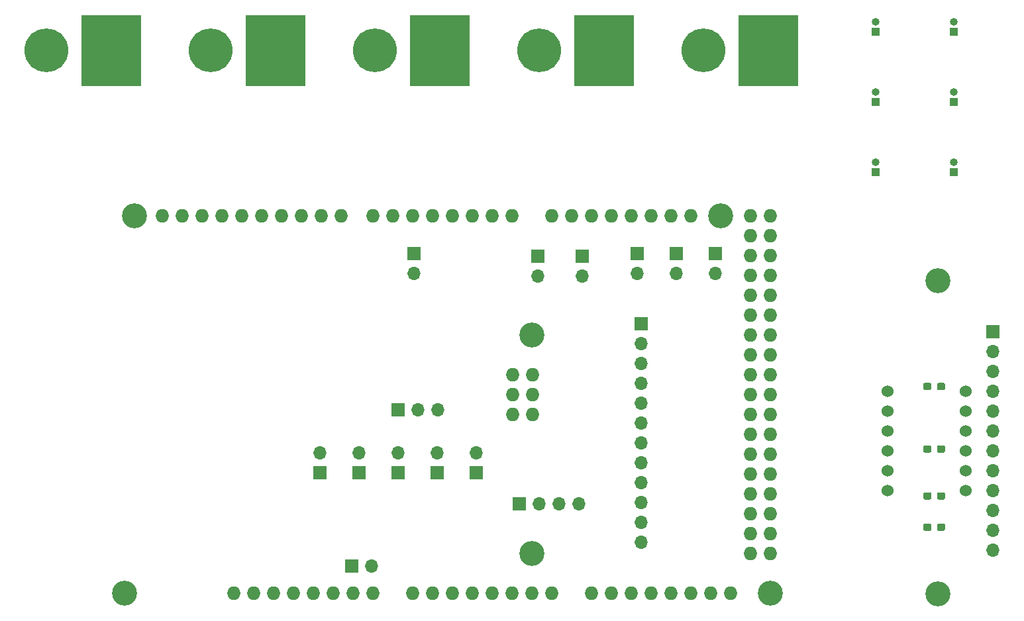
<source format=gbr>
G04 #@! TF.GenerationSoftware,KiCad,Pcbnew,5.1.9-73d0e3b20d~88~ubuntu20.04.1*
G04 #@! TF.CreationDate,2021-03-18T15:40:59+01:00*
G04 #@! TF.ProjectId,uven-mainboard,7576656e-2d6d-4616-996e-626f6172642e,rev?*
G04 #@! TF.SameCoordinates,Original*
G04 #@! TF.FileFunction,Soldermask,Bot*
G04 #@! TF.FilePolarity,Negative*
%FSLAX46Y46*%
G04 Gerber Fmt 4.6, Leading zero omitted, Abs format (unit mm)*
G04 Created by KiCad (PCBNEW 5.1.9-73d0e3b20d~88~ubuntu20.04.1) date 2021-03-18 15:40:59*
%MOMM*%
%LPD*%
G01*
G04 APERTURE LIST*
%ADD10C,0.100000*%
%ADD11O,1.727200X1.727200*%
%ADD12C,3.200000*%
%ADD13O,1.700000X1.700000*%
%ADD14R,1.700000X1.700000*%
%ADD15R,1.000000X1.000000*%
%ADD16O,1.000000X1.000000*%
%ADD17C,5.600000*%
%ADD18C,1.524000*%
G04 APERTURE END LIST*
D10*
G36*
X210000000Y-55500000D02*
G01*
X202500000Y-55500000D01*
X202500000Y-46500000D01*
X210000000Y-46500000D01*
X210000000Y-55500000D01*
G37*
X210000000Y-55500000D02*
X202500000Y-55500000D01*
X202500000Y-46500000D01*
X210000000Y-46500000D01*
X210000000Y-55500000D01*
G36*
X189000000Y-55500000D02*
G01*
X181500000Y-55500000D01*
X181500000Y-46500000D01*
X189000000Y-46500000D01*
X189000000Y-55500000D01*
G37*
X189000000Y-55500000D02*
X181500000Y-55500000D01*
X181500000Y-46500000D01*
X189000000Y-46500000D01*
X189000000Y-55500000D01*
G36*
X168000000Y-55500000D02*
G01*
X160500000Y-55500000D01*
X160500000Y-46500000D01*
X168000000Y-46500000D01*
X168000000Y-55500000D01*
G37*
X168000000Y-55500000D02*
X160500000Y-55500000D01*
X160500000Y-46500000D01*
X168000000Y-46500000D01*
X168000000Y-55500000D01*
G36*
X147000000Y-55500000D02*
G01*
X139500000Y-55500000D01*
X139500000Y-46500000D01*
X147000000Y-46500000D01*
X147000000Y-55500000D01*
G37*
X147000000Y-55500000D02*
X139500000Y-55500000D01*
X139500000Y-46500000D01*
X147000000Y-46500000D01*
X147000000Y-55500000D01*
G36*
X126000000Y-55500000D02*
G01*
X118500000Y-55500000D01*
X118500000Y-46500000D01*
X126000000Y-46500000D01*
X126000000Y-55500000D01*
G37*
X126000000Y-55500000D02*
X118500000Y-55500000D01*
X118500000Y-46500000D01*
X126000000Y-46500000D01*
X126000000Y-55500000D01*
D11*
X173627000Y-97600000D03*
X176167000Y-97600000D03*
X176167000Y-95060000D03*
X173627000Y-95060000D03*
X176167000Y-92520000D03*
X160800000Y-120460000D03*
X155720000Y-120460000D03*
X153180000Y-120460000D03*
X150640000Y-120460000D03*
X148100000Y-120460000D03*
X145560000Y-120460000D03*
X143020000Y-120460000D03*
X140480000Y-120460000D03*
X196360000Y-72200000D03*
X193820000Y-72200000D03*
X191280000Y-72200000D03*
X188740000Y-72200000D03*
X186200000Y-72200000D03*
X183660000Y-72200000D03*
X181120000Y-72200000D03*
X178580000Y-72200000D03*
X173500000Y-72200000D03*
X170960000Y-72200000D03*
X168420000Y-72200000D03*
X165880000Y-72200000D03*
X163340000Y-72200000D03*
X160800000Y-72200000D03*
X158260000Y-72200000D03*
X155720000Y-72200000D03*
X136416000Y-72200000D03*
X151656000Y-72200000D03*
X149116000Y-72200000D03*
X146576000Y-72200000D03*
D12*
X176040000Y-115380000D03*
X176040000Y-87440000D03*
X200170000Y-72200000D03*
X125240000Y-72200000D03*
X206520000Y-120460000D03*
X123970000Y-120460000D03*
D11*
X128796000Y-72200000D03*
X131336000Y-72200000D03*
X133876000Y-72200000D03*
X138956000Y-72200000D03*
X141496000Y-72200000D03*
X144036000Y-72200000D03*
X137940000Y-120460000D03*
X163340000Y-120460000D03*
X165880000Y-120460000D03*
X168420000Y-120460000D03*
X170960000Y-120460000D03*
X173500000Y-120460000D03*
X176040000Y-120460000D03*
X178580000Y-120460000D03*
X183660000Y-120460000D03*
X186200000Y-120460000D03*
X188740000Y-120460000D03*
X191280000Y-120460000D03*
X193820000Y-120460000D03*
X196360000Y-120460000D03*
X198900000Y-120460000D03*
X201440000Y-120460000D03*
X203980000Y-72200000D03*
X206520000Y-72200000D03*
X203980000Y-74740000D03*
X206520000Y-74740000D03*
X203980000Y-77280000D03*
X206520000Y-77280000D03*
X203980000Y-79820000D03*
X206520000Y-79820000D03*
X203980000Y-82360000D03*
X206520000Y-82360000D03*
X203980000Y-84900000D03*
X206520000Y-84900000D03*
X203980000Y-87440000D03*
X206520000Y-87440000D03*
X203980000Y-89980000D03*
X206520000Y-89980000D03*
X203980000Y-92520000D03*
X206520000Y-92520000D03*
X203980000Y-95060000D03*
X206520000Y-95060000D03*
X203980000Y-97600000D03*
X206520000Y-97600000D03*
X203980000Y-100140000D03*
X206520000Y-100140000D03*
X203980000Y-102680000D03*
X206520000Y-102680000D03*
X203980000Y-105220000D03*
X206520000Y-105220000D03*
X203980000Y-107760000D03*
X206520000Y-107760000D03*
X203980000Y-110300000D03*
X206520000Y-110300000D03*
X203980000Y-112840000D03*
X206520000Y-112840000D03*
X203980000Y-115380000D03*
X206520000Y-115380000D03*
X173627000Y-92520000D03*
D13*
X149000000Y-102460000D03*
D14*
X149000000Y-105000000D03*
X154000000Y-105000000D03*
D13*
X154000000Y-102460000D03*
X159000000Y-102460000D03*
D14*
X159000000Y-105000000D03*
D13*
X164000000Y-102460000D03*
D14*
X164000000Y-105000000D03*
X169000000Y-105000000D03*
D13*
X169000000Y-102460000D03*
D14*
X161000000Y-77000000D03*
D13*
X161000000Y-79540000D03*
G36*
G01*
X226100000Y-94237500D02*
X226100000Y-93762500D01*
G75*
G02*
X226337500Y-93525000I237500J0D01*
G01*
X226912500Y-93525000D01*
G75*
G02*
X227150000Y-93762500I0J-237500D01*
G01*
X227150000Y-94237500D01*
G75*
G02*
X226912500Y-94475000I-237500J0D01*
G01*
X226337500Y-94475000D01*
G75*
G02*
X226100000Y-94237500I0J237500D01*
G01*
G37*
G36*
G01*
X227850000Y-94237500D02*
X227850000Y-93762500D01*
G75*
G02*
X228087500Y-93525000I237500J0D01*
G01*
X228662500Y-93525000D01*
G75*
G02*
X228900000Y-93762500I0J-237500D01*
G01*
X228900000Y-94237500D01*
G75*
G02*
X228662500Y-94475000I-237500J0D01*
G01*
X228087500Y-94475000D01*
G75*
G02*
X227850000Y-94237500I0J237500D01*
G01*
G37*
G36*
G01*
X227850000Y-102237500D02*
X227850000Y-101762500D01*
G75*
G02*
X228087500Y-101525000I237500J0D01*
G01*
X228662500Y-101525000D01*
G75*
G02*
X228900000Y-101762500I0J-237500D01*
G01*
X228900000Y-102237500D01*
G75*
G02*
X228662500Y-102475000I-237500J0D01*
G01*
X228087500Y-102475000D01*
G75*
G02*
X227850000Y-102237500I0J237500D01*
G01*
G37*
G36*
G01*
X226100000Y-102237500D02*
X226100000Y-101762500D01*
G75*
G02*
X226337500Y-101525000I237500J0D01*
G01*
X226912500Y-101525000D01*
G75*
G02*
X227150000Y-101762500I0J-237500D01*
G01*
X227150000Y-102237500D01*
G75*
G02*
X226912500Y-102475000I-237500J0D01*
G01*
X226337500Y-102475000D01*
G75*
G02*
X226100000Y-102237500I0J237500D01*
G01*
G37*
G36*
G01*
X228900000Y-107762500D02*
X228900000Y-108237500D01*
G75*
G02*
X228662500Y-108475000I-237500J0D01*
G01*
X228087500Y-108475000D01*
G75*
G02*
X227850000Y-108237500I0J237500D01*
G01*
X227850000Y-107762500D01*
G75*
G02*
X228087500Y-107525000I237500J0D01*
G01*
X228662500Y-107525000D01*
G75*
G02*
X228900000Y-107762500I0J-237500D01*
G01*
G37*
G36*
G01*
X227150000Y-107762500D02*
X227150000Y-108237500D01*
G75*
G02*
X226912500Y-108475000I-237500J0D01*
G01*
X226337500Y-108475000D01*
G75*
G02*
X226100000Y-108237500I0J237500D01*
G01*
X226100000Y-107762500D01*
G75*
G02*
X226337500Y-107525000I237500J0D01*
G01*
X226912500Y-107525000D01*
G75*
G02*
X227150000Y-107762500I0J-237500D01*
G01*
G37*
G36*
G01*
X227150000Y-111762500D02*
X227150000Y-112237500D01*
G75*
G02*
X226912500Y-112475000I-237500J0D01*
G01*
X226337500Y-112475000D01*
G75*
G02*
X226100000Y-112237500I0J237500D01*
G01*
X226100000Y-111762500D01*
G75*
G02*
X226337500Y-111525000I237500J0D01*
G01*
X226912500Y-111525000D01*
G75*
G02*
X227150000Y-111762500I0J-237500D01*
G01*
G37*
G36*
G01*
X228900000Y-111762500D02*
X228900000Y-112237500D01*
G75*
G02*
X228662500Y-112475000I-237500J0D01*
G01*
X228087500Y-112475000D01*
G75*
G02*
X227850000Y-112237500I0J237500D01*
G01*
X227850000Y-111762500D01*
G75*
G02*
X228087500Y-111525000I237500J0D01*
G01*
X228662500Y-111525000D01*
G75*
G02*
X228900000Y-111762500I0J-237500D01*
G01*
G37*
D14*
X153000000Y-117000000D03*
D13*
X155540000Y-117000000D03*
D15*
X230010000Y-66625000D03*
D16*
X230010000Y-65355000D03*
X230010000Y-56355000D03*
D15*
X230010000Y-57625000D03*
X230010000Y-48625000D03*
D16*
X230010000Y-47355000D03*
D15*
X220010000Y-66625000D03*
D16*
X220010000Y-65355000D03*
X220010000Y-56355000D03*
D15*
X220010000Y-57625000D03*
D17*
X198000000Y-51000000D03*
X177000000Y-51000000D03*
X156000000Y-51000000D03*
X135000000Y-51000000D03*
X206000000Y-51000000D03*
X185000000Y-51000000D03*
X164000000Y-51000000D03*
X143000000Y-51000000D03*
X122000000Y-51000000D03*
X114000000Y-51000000D03*
D18*
X221500000Y-94650000D03*
X221500000Y-97190000D03*
X221500000Y-99730000D03*
X221500000Y-102270000D03*
X221500000Y-104810000D03*
X221500000Y-107350000D03*
X231500000Y-107350000D03*
X231500000Y-104810000D03*
X231500000Y-102270000D03*
X231500000Y-99730000D03*
X231500000Y-97190000D03*
X231500000Y-94650000D03*
D12*
X228000000Y-80500000D03*
X228000000Y-120500000D03*
D15*
X220047501Y-48625000D03*
D16*
X220047501Y-47355000D03*
D13*
X235000000Y-114940000D03*
X235000000Y-112400000D03*
X235000000Y-109860000D03*
X235000000Y-107320000D03*
X235000000Y-104780000D03*
X235000000Y-102240000D03*
X235000000Y-99700000D03*
X235000000Y-97160000D03*
X235000000Y-94620000D03*
X235000000Y-92080000D03*
X235000000Y-89540000D03*
D14*
X235000000Y-87000000D03*
X190000000Y-86000000D03*
D13*
X190000000Y-88540000D03*
X190000000Y-91080000D03*
X190000000Y-93620000D03*
X190000000Y-96160000D03*
X190000000Y-98700000D03*
X190000000Y-101240000D03*
X190000000Y-103780000D03*
X190000000Y-106320000D03*
X190000000Y-108860000D03*
X190000000Y-111400000D03*
X190000000Y-113940000D03*
D14*
X174500000Y-109000000D03*
D13*
X177040000Y-109000000D03*
X179580000Y-109000000D03*
X182120000Y-109000000D03*
D14*
X159000000Y-97000000D03*
D13*
X161540000Y-97000000D03*
X164080000Y-97000000D03*
X194500000Y-79540000D03*
D14*
X194500000Y-77000000D03*
X189500000Y-77000000D03*
D13*
X189500000Y-79540000D03*
D14*
X199500000Y-77000000D03*
D13*
X199500000Y-79540000D03*
X176825001Y-79865001D03*
D14*
X176825001Y-77325001D03*
X182500000Y-77325001D03*
D13*
X182500000Y-79865001D03*
M02*

</source>
